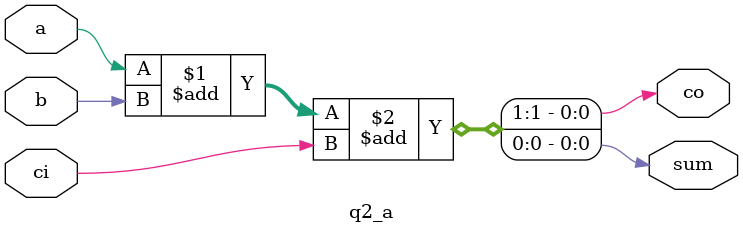
<source format=sv>
module q2_a (input a,b,ci, output sum, co);
    assign {co,sum} = a+b+ci;
endmodule
</source>
